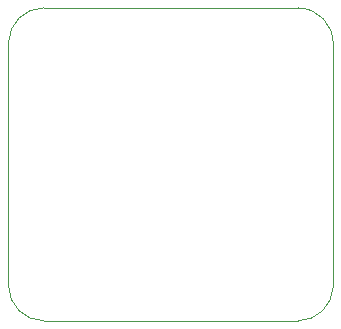
<source format=gbr>
%TF.GenerationSoftware,KiCad,Pcbnew,8.0.5*%
%TF.CreationDate,2024-10-09T18:33:24-04:00*%
%TF.ProjectId,PostureBestICM20948,506f7374-7572-4654-9265-737449434d32,rev?*%
%TF.SameCoordinates,Original*%
%TF.FileFunction,Profile,NP*%
%FSLAX46Y46*%
G04 Gerber Fmt 4.6, Leading zero omitted, Abs format (unit mm)*
G04 Created by KiCad (PCBNEW 8.0.5) date 2024-10-09 18:33:24*
%MOMM*%
%LPD*%
G01*
G04 APERTURE LIST*
%TA.AperFunction,Profile*%
%ADD10C,0.050000*%
%TD*%
G04 APERTURE END LIST*
D10*
X104600000Y-105500000D02*
X126100000Y-105500000D01*
X126100000Y-79000000D02*
X104600000Y-79000000D01*
X101600000Y-82000000D02*
X101600000Y-102500000D01*
X129100000Y-102600000D02*
G75*
G02*
X126100000Y-105501666I-3000000J100000D01*
G01*
X101600000Y-82000000D02*
G75*
G02*
X104600000Y-79000000I3000000J0D01*
G01*
X104600000Y-105500000D02*
G75*
G02*
X101600000Y-102500000I0J3000000D01*
G01*
X129100000Y-102600000D02*
X129100000Y-82100000D01*
X126100000Y-79000000D02*
G75*
G02*
X129098335Y-82099944I0J-3000000D01*
G01*
M02*

</source>
